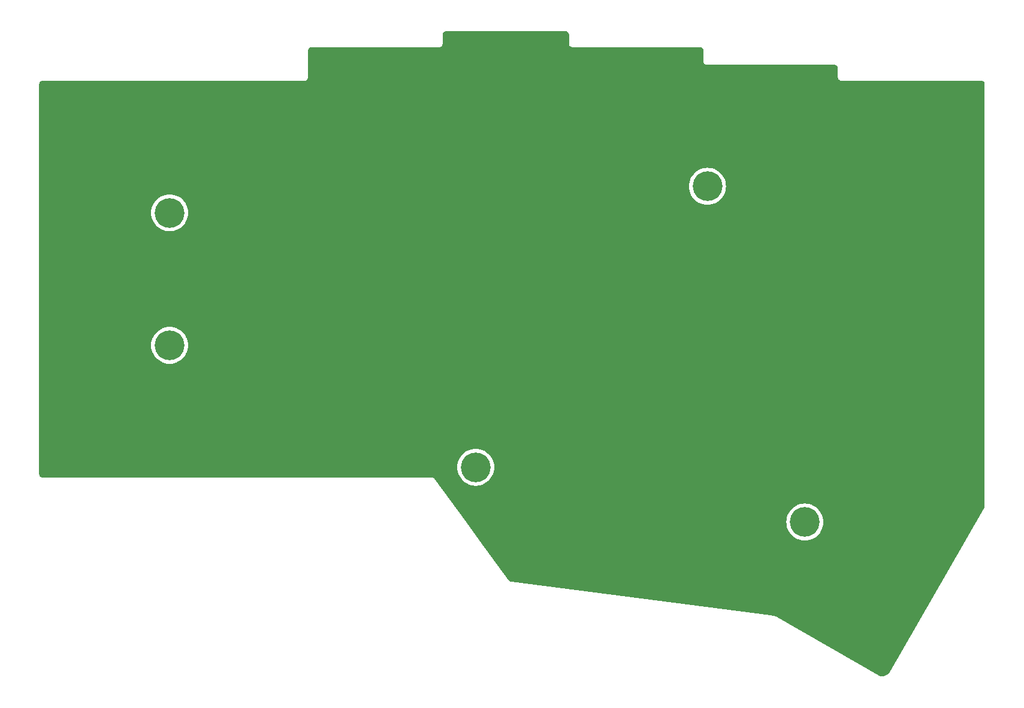
<source format=gtl>
G04 #@! TF.GenerationSoftware,KiCad,Pcbnew,8.0.3*
G04 #@! TF.CreationDate,2024-06-14T21:37:23-03:00*
G04 #@! TF.ProjectId,corne-bottom-plate,636f726e-652d-4626-9f74-746f6d2d706c,2.1*
G04 #@! TF.SameCoordinates,Original*
G04 #@! TF.FileFunction,Copper,L1,Top*
G04 #@! TF.FilePolarity,Positive*
%FSLAX46Y46*%
G04 Gerber Fmt 4.6, Leading zero omitted, Abs format (unit mm)*
G04 Created by KiCad (PCBNEW 8.0.3) date 2024-06-14 21:37:23*
%MOMM*%
%LPD*%
G01*
G04 APERTURE LIST*
G04 #@! TA.AperFunction,ComponentPad*
%ADD10C,4.200000*%
G04 #@! TD*
G04 APERTURE END LIST*
D10*
X79500000Y-86750000D03*
X79500000Y-105500000D03*
X155500000Y-83000000D03*
X122750000Y-122750000D03*
X169250000Y-130500000D03*
G04 #@! TA.AperFunction,NonConductor*
G36*
X135508188Y-61076578D02*
G01*
X135520804Y-61078238D01*
X135593421Y-61087798D01*
X135625193Y-61096312D01*
X135696925Y-61126025D01*
X135725410Y-61142470D01*
X135787006Y-61189734D01*
X135810265Y-61212993D01*
X135857529Y-61274589D01*
X135873974Y-61303074D01*
X135903687Y-61374806D01*
X135912201Y-61406579D01*
X135923422Y-61491811D01*
X135924500Y-61508257D01*
X135924500Y-62725469D01*
X135924500Y-62750000D01*
X135924500Y-62814843D01*
X135953358Y-62941278D01*
X135987522Y-63012223D01*
X136000000Y-63066890D01*
X136000000Y-63200000D01*
X136097161Y-63200000D01*
X136165282Y-63220002D01*
X136175722Y-63227491D01*
X136191873Y-63240371D01*
X136191876Y-63240372D01*
X136191878Y-63240374D01*
X136266570Y-63276343D01*
X136308713Y-63296638D01*
X136308716Y-63296639D01*
X136308722Y-63296642D01*
X136435157Y-63325500D01*
X136484982Y-63325500D01*
X154475469Y-63325500D01*
X154491743Y-63325500D01*
X154508188Y-63326578D01*
X154520804Y-63328238D01*
X154593421Y-63337798D01*
X154625193Y-63346312D01*
X154696925Y-63376025D01*
X154725410Y-63392470D01*
X154787006Y-63439734D01*
X154810265Y-63462993D01*
X154857529Y-63524589D01*
X154873974Y-63553074D01*
X154903687Y-63624806D01*
X154912201Y-63656579D01*
X154923422Y-63741811D01*
X154924500Y-63758257D01*
X154924500Y-65225469D01*
X154924500Y-65250000D01*
X154924500Y-65314843D01*
X154953358Y-65441278D01*
X154987522Y-65512223D01*
X155000000Y-65566890D01*
X155000000Y-65700000D01*
X155097161Y-65700000D01*
X155165282Y-65720002D01*
X155175722Y-65727491D01*
X155191873Y-65740371D01*
X155191876Y-65740372D01*
X155191878Y-65740374D01*
X155266570Y-65776343D01*
X155308713Y-65796638D01*
X155308716Y-65796639D01*
X155308722Y-65796642D01*
X155435157Y-65825500D01*
X155484982Y-65825500D01*
X173475469Y-65825500D01*
X173491743Y-65825500D01*
X173508188Y-65826578D01*
X173520804Y-65828238D01*
X173593421Y-65837798D01*
X173625193Y-65846312D01*
X173696925Y-65876025D01*
X173725410Y-65892470D01*
X173787006Y-65939734D01*
X173810265Y-65962993D01*
X173857529Y-66024589D01*
X173873974Y-66053074D01*
X173903687Y-66124806D01*
X173912201Y-66156579D01*
X173923422Y-66241811D01*
X173924500Y-66258257D01*
X173924500Y-67475469D01*
X173924500Y-67500000D01*
X173924500Y-67564843D01*
X173953358Y-67691278D01*
X173987522Y-67762223D01*
X174000000Y-67816890D01*
X174000000Y-67900000D01*
X174034464Y-67900000D01*
X174102585Y-67920002D01*
X174113018Y-67927485D01*
X174191878Y-67990374D01*
X174191879Y-67990374D01*
X174191880Y-67990375D01*
X174308713Y-68046638D01*
X174308716Y-68046639D01*
X174308722Y-68046642D01*
X174435157Y-68075500D01*
X174484982Y-68075500D01*
X194225469Y-68075500D01*
X194241743Y-68075500D01*
X194258188Y-68076578D01*
X194270804Y-68078238D01*
X194343421Y-68087798D01*
X194375193Y-68096312D01*
X194446925Y-68126025D01*
X194475410Y-68142470D01*
X194537006Y-68189734D01*
X194560265Y-68212993D01*
X194607529Y-68274589D01*
X194623974Y-68303074D01*
X194653687Y-68374806D01*
X194662201Y-68406579D01*
X194673422Y-68491811D01*
X194674500Y-68508257D01*
X194674500Y-127931382D01*
X194673960Y-127934951D01*
X194674450Y-127971767D01*
X194674280Y-127980203D01*
X194663269Y-128185141D01*
X194661237Y-128201893D01*
X194624735Y-128394068D01*
X194610442Y-128432902D01*
X189403823Y-137576912D01*
X189403472Y-137577524D01*
X181238346Y-151732499D01*
X181228134Y-151747570D01*
X181112908Y-151893662D01*
X181099447Y-151908212D01*
X180962498Y-152034644D01*
X180946921Y-152046903D01*
X180791837Y-152150294D01*
X180774531Y-152159957D01*
X180605163Y-152237743D01*
X180586556Y-152244574D01*
X180407068Y-152294841D01*
X180387620Y-152298668D01*
X180202480Y-152320164D01*
X180182672Y-152320894D01*
X179996454Y-152313089D01*
X179976776Y-152310704D01*
X179921513Y-152299538D01*
X179884462Y-152285722D01*
X173095557Y-148448045D01*
X173094515Y-148447449D01*
X165147936Y-143854950D01*
X165137211Y-143845487D01*
X165136705Y-143846216D01*
X165120321Y-143834823D01*
X165120320Y-143834822D01*
X165120319Y-143834822D01*
X165119167Y-143834474D01*
X165110961Y-143830919D01*
X165098877Y-143826811D01*
X165081150Y-143822987D01*
X164987831Y-143794778D01*
X164766003Y-143743259D01*
X164765989Y-143743256D01*
X164691077Y-143730938D01*
X164541256Y-143706304D01*
X164541250Y-143706303D01*
X164541241Y-143706302D01*
X164431118Y-143695517D01*
X164427146Y-143695064D01*
X127799222Y-138930266D01*
X127776547Y-138925154D01*
X127774534Y-138924500D01*
X127774531Y-138924500D01*
X127763046Y-138924500D01*
X127746792Y-138923447D01*
X127740827Y-138922671D01*
X127729658Y-138922495D01*
X127679537Y-138917559D01*
X127655312Y-138912741D01*
X127599426Y-138895789D01*
X127576604Y-138886336D01*
X127525105Y-138858809D01*
X127504568Y-138845087D01*
X127465045Y-138812651D01*
X127443176Y-138789495D01*
X123289872Y-133094214D01*
X121398031Y-130499998D01*
X166636732Y-130499998D01*
X166636732Y-130500001D01*
X166655785Y-130814992D01*
X166655786Y-130814995D01*
X166712668Y-131125395D01*
X166806553Y-131426682D01*
X166936060Y-131714435D01*
X166936066Y-131714446D01*
X167099319Y-131984499D01*
X167099322Y-131984504D01*
X167293935Y-132232911D01*
X167293947Y-132232924D01*
X167517075Y-132456052D01*
X167517088Y-132456064D01*
X167765495Y-132650677D01*
X168035554Y-132813934D01*
X168035558Y-132813936D01*
X168035564Y-132813939D01*
X168323317Y-132943446D01*
X168323318Y-132943446D01*
X168323322Y-132943448D01*
X168624604Y-133037331D01*
X168935005Y-133094214D01*
X169145001Y-133106916D01*
X169249999Y-133113268D01*
X169250000Y-133113268D01*
X169250001Y-133113268D01*
X169328748Y-133108504D01*
X169564995Y-133094214D01*
X169875396Y-133037331D01*
X170176678Y-132943448D01*
X170464446Y-132813934D01*
X170734505Y-132650677D01*
X170982917Y-132456059D01*
X171206059Y-132232917D01*
X171400677Y-131984505D01*
X171563934Y-131714446D01*
X171693448Y-131426678D01*
X171787331Y-131125396D01*
X171844214Y-130814995D01*
X171863268Y-130500000D01*
X171844214Y-130185005D01*
X171787331Y-129874604D01*
X171693448Y-129573322D01*
X171563934Y-129285554D01*
X171400677Y-129015495D01*
X171206064Y-128767088D01*
X171206052Y-128767075D01*
X170982924Y-128543947D01*
X170982911Y-128543935D01*
X170734504Y-128349322D01*
X170734499Y-128349319D01*
X170464446Y-128186066D01*
X170464435Y-128186060D01*
X170176682Y-128056553D01*
X169875395Y-127962668D01*
X169564995Y-127905786D01*
X169564992Y-127905785D01*
X169250001Y-127886732D01*
X169249999Y-127886732D01*
X168935007Y-127905785D01*
X168935004Y-127905786D01*
X168624604Y-127962668D01*
X168323317Y-128056553D01*
X168035564Y-128186060D01*
X168035553Y-128186066D01*
X167765500Y-128349319D01*
X167765495Y-128349322D01*
X167517088Y-128543935D01*
X167517075Y-128543947D01*
X167293947Y-128767075D01*
X167293935Y-128767088D01*
X167099322Y-129015495D01*
X167099319Y-129015500D01*
X166936066Y-129285553D01*
X166936060Y-129285564D01*
X166806553Y-129573317D01*
X166712668Y-129874604D01*
X166655786Y-130185004D01*
X166655785Y-130185007D01*
X166636732Y-130499998D01*
X121398031Y-130499998D01*
X116938474Y-124384763D01*
X116928009Y-124367716D01*
X116924286Y-124360407D01*
X116921692Y-124357813D01*
X116918024Y-124354145D01*
X116906027Y-124340123D01*
X116896579Y-124331419D01*
X116896649Y-124331342D01*
X116889951Y-124326071D01*
X116866860Y-124302980D01*
X116772602Y-124239998D01*
X116667867Y-124196616D01*
X116556684Y-124174500D01*
X116556682Y-124174500D01*
X116515018Y-124174500D01*
X61508257Y-124174500D01*
X61491811Y-124173422D01*
X61406579Y-124162201D01*
X61374806Y-124153687D01*
X61303074Y-124123974D01*
X61274589Y-124107529D01*
X61212993Y-124060265D01*
X61189734Y-124037006D01*
X61142470Y-123975410D01*
X61126025Y-123946925D01*
X61096312Y-123875193D01*
X61087798Y-123843419D01*
X61076578Y-123758187D01*
X61075500Y-123741742D01*
X61075500Y-122749998D01*
X120136732Y-122749998D01*
X120136732Y-122750001D01*
X120155785Y-123064992D01*
X120155786Y-123064995D01*
X120212668Y-123375395D01*
X120306553Y-123676682D01*
X120436060Y-123964435D01*
X120436066Y-123964446D01*
X120599319Y-124234499D01*
X120599322Y-124234504D01*
X120793935Y-124482911D01*
X120793947Y-124482924D01*
X121017075Y-124706052D01*
X121017088Y-124706064D01*
X121265495Y-124900677D01*
X121535554Y-125063934D01*
X121535558Y-125063936D01*
X121535564Y-125063939D01*
X121823317Y-125193446D01*
X121823318Y-125193446D01*
X121823322Y-125193448D01*
X122124604Y-125287331D01*
X122435005Y-125344214D01*
X122645001Y-125356916D01*
X122749999Y-125363268D01*
X122750000Y-125363268D01*
X122750001Y-125363268D01*
X122828748Y-125358504D01*
X123064995Y-125344214D01*
X123375396Y-125287331D01*
X123676678Y-125193448D01*
X123964446Y-125063934D01*
X124234505Y-124900677D01*
X124482917Y-124706059D01*
X124706059Y-124482917D01*
X124900677Y-124234505D01*
X125063934Y-123964446D01*
X125193448Y-123676678D01*
X125287331Y-123375396D01*
X125344214Y-123064995D01*
X125363268Y-122750000D01*
X125344214Y-122435005D01*
X125287331Y-122124604D01*
X125193448Y-121823322D01*
X125063934Y-121535554D01*
X124900677Y-121265495D01*
X124706064Y-121017088D01*
X124706052Y-121017075D01*
X124482924Y-120793947D01*
X124482911Y-120793935D01*
X124234504Y-120599322D01*
X124234499Y-120599319D01*
X123964446Y-120436066D01*
X123964435Y-120436060D01*
X123676682Y-120306553D01*
X123375395Y-120212668D01*
X123064995Y-120155786D01*
X123064992Y-120155785D01*
X122750001Y-120136732D01*
X122749999Y-120136732D01*
X122435007Y-120155785D01*
X122435004Y-120155786D01*
X122124604Y-120212668D01*
X121823317Y-120306553D01*
X121535564Y-120436060D01*
X121535553Y-120436066D01*
X121265500Y-120599319D01*
X121265495Y-120599322D01*
X121017088Y-120793935D01*
X121017075Y-120793947D01*
X120793947Y-121017075D01*
X120793935Y-121017088D01*
X120599322Y-121265495D01*
X120599319Y-121265500D01*
X120436066Y-121535553D01*
X120436060Y-121535564D01*
X120306553Y-121823317D01*
X120212668Y-122124604D01*
X120155786Y-122435004D01*
X120155785Y-122435007D01*
X120136732Y-122749998D01*
X61075500Y-122749998D01*
X61075500Y-105499998D01*
X76886732Y-105499998D01*
X76886732Y-105500001D01*
X76905785Y-105814992D01*
X76905786Y-105814995D01*
X76962668Y-106125395D01*
X77056553Y-106426682D01*
X77186060Y-106714435D01*
X77186066Y-106714446D01*
X77349319Y-106984499D01*
X77349322Y-106984504D01*
X77543935Y-107232911D01*
X77543947Y-107232924D01*
X77767075Y-107456052D01*
X77767088Y-107456064D01*
X78015495Y-107650677D01*
X78285554Y-107813934D01*
X78285558Y-107813936D01*
X78285564Y-107813939D01*
X78573317Y-107943446D01*
X78573318Y-107943446D01*
X78573322Y-107943448D01*
X78874604Y-108037331D01*
X79185005Y-108094214D01*
X79395001Y-108106916D01*
X79499999Y-108113268D01*
X79500000Y-108113268D01*
X79500001Y-108113268D01*
X79578748Y-108108504D01*
X79814995Y-108094214D01*
X80125396Y-108037331D01*
X80426678Y-107943448D01*
X80714446Y-107813934D01*
X80984505Y-107650677D01*
X81232917Y-107456059D01*
X81456059Y-107232917D01*
X81650677Y-106984505D01*
X81813934Y-106714446D01*
X81943448Y-106426678D01*
X82037331Y-106125396D01*
X82094214Y-105814995D01*
X82113268Y-105500000D01*
X82094214Y-105185005D01*
X82037331Y-104874604D01*
X81943448Y-104573322D01*
X81813934Y-104285554D01*
X81650677Y-104015495D01*
X81456064Y-103767088D01*
X81456052Y-103767075D01*
X81232924Y-103543947D01*
X81232911Y-103543935D01*
X80984504Y-103349322D01*
X80984499Y-103349319D01*
X80714446Y-103186066D01*
X80714435Y-103186060D01*
X80426682Y-103056553D01*
X80125395Y-102962668D01*
X79814995Y-102905786D01*
X79814992Y-102905785D01*
X79500001Y-102886732D01*
X79499999Y-102886732D01*
X79185007Y-102905785D01*
X79185004Y-102905786D01*
X78874604Y-102962668D01*
X78573317Y-103056553D01*
X78285564Y-103186060D01*
X78285553Y-103186066D01*
X78015500Y-103349319D01*
X78015495Y-103349322D01*
X77767088Y-103543935D01*
X77767075Y-103543947D01*
X77543947Y-103767075D01*
X77543935Y-103767088D01*
X77349322Y-104015495D01*
X77349319Y-104015500D01*
X77186066Y-104285553D01*
X77186060Y-104285564D01*
X77056553Y-104573317D01*
X76962668Y-104874604D01*
X76905786Y-105185004D01*
X76905785Y-105185007D01*
X76886732Y-105499998D01*
X61075500Y-105499998D01*
X61075500Y-86749998D01*
X76886732Y-86749998D01*
X76886732Y-86750001D01*
X76905785Y-87064992D01*
X76905786Y-87064995D01*
X76962668Y-87375395D01*
X77056553Y-87676682D01*
X77186060Y-87964435D01*
X77186066Y-87964446D01*
X77349319Y-88234499D01*
X77349322Y-88234504D01*
X77543935Y-88482911D01*
X77543947Y-88482924D01*
X77767075Y-88706052D01*
X77767088Y-88706064D01*
X78015495Y-88900677D01*
X78285554Y-89063934D01*
X78285558Y-89063936D01*
X78285564Y-89063939D01*
X78573317Y-89193446D01*
X78573318Y-89193446D01*
X78573322Y-89193448D01*
X78874604Y-89287331D01*
X79185005Y-89344214D01*
X79395001Y-89356916D01*
X79499999Y-89363268D01*
X79500000Y-89363268D01*
X79500001Y-89363268D01*
X79578748Y-89358504D01*
X79814995Y-89344214D01*
X80125396Y-89287331D01*
X80426678Y-89193448D01*
X80714446Y-89063934D01*
X80984505Y-88900677D01*
X81232917Y-88706059D01*
X81456059Y-88482917D01*
X81650677Y-88234505D01*
X81813934Y-87964446D01*
X81943448Y-87676678D01*
X82037331Y-87375396D01*
X82094214Y-87064995D01*
X82113268Y-86750000D01*
X82094214Y-86435005D01*
X82037331Y-86124604D01*
X81943448Y-85823322D01*
X81943446Y-85823317D01*
X81813939Y-85535564D01*
X81813933Y-85535553D01*
X81758253Y-85443448D01*
X81650677Y-85265495D01*
X81456064Y-85017088D01*
X81456052Y-85017075D01*
X81232924Y-84793947D01*
X81232911Y-84793935D01*
X80984504Y-84599322D01*
X80984499Y-84599319D01*
X80714446Y-84436066D01*
X80714435Y-84436060D01*
X80426682Y-84306553D01*
X80125395Y-84212668D01*
X79814995Y-84155786D01*
X79814992Y-84155785D01*
X79500001Y-84136732D01*
X79499999Y-84136732D01*
X79185007Y-84155785D01*
X79185004Y-84155786D01*
X78874604Y-84212668D01*
X78573317Y-84306553D01*
X78285564Y-84436060D01*
X78285553Y-84436066D01*
X78015500Y-84599319D01*
X78015495Y-84599322D01*
X77767088Y-84793935D01*
X77767075Y-84793947D01*
X77543947Y-85017075D01*
X77543935Y-85017088D01*
X77349322Y-85265495D01*
X77349319Y-85265500D01*
X77186066Y-85535553D01*
X77186060Y-85535564D01*
X77056553Y-85823317D01*
X76962668Y-86124604D01*
X76905786Y-86435004D01*
X76905785Y-86435007D01*
X76886732Y-86749998D01*
X61075500Y-86749998D01*
X61075500Y-82999998D01*
X152886732Y-82999998D01*
X152886732Y-83000001D01*
X152905785Y-83314992D01*
X152905786Y-83314995D01*
X152962668Y-83625395D01*
X153056553Y-83926682D01*
X153186060Y-84214435D01*
X153186066Y-84214446D01*
X153349319Y-84484499D01*
X153349322Y-84484504D01*
X153543935Y-84732911D01*
X153543947Y-84732924D01*
X153767075Y-84956052D01*
X153767088Y-84956064D01*
X154015495Y-85150677D01*
X154285554Y-85313934D01*
X154285558Y-85313936D01*
X154285564Y-85313939D01*
X154573317Y-85443446D01*
X154573318Y-85443446D01*
X154573322Y-85443448D01*
X154874604Y-85537331D01*
X155185005Y-85594214D01*
X155395001Y-85606916D01*
X155499999Y-85613268D01*
X155500000Y-85613268D01*
X155500001Y-85613268D01*
X155578748Y-85608504D01*
X155814995Y-85594214D01*
X156125396Y-85537331D01*
X156426678Y-85443448D01*
X156714446Y-85313934D01*
X156984505Y-85150677D01*
X157232917Y-84956059D01*
X157456059Y-84732917D01*
X157650677Y-84484505D01*
X157813934Y-84214446D01*
X157943448Y-83926678D01*
X158037331Y-83625396D01*
X158094214Y-83314995D01*
X158113268Y-83000000D01*
X158094214Y-82685005D01*
X158037331Y-82374604D01*
X157943448Y-82073322D01*
X157813934Y-81785554D01*
X157650677Y-81515495D01*
X157456064Y-81267088D01*
X157456052Y-81267075D01*
X157232924Y-81043947D01*
X157232911Y-81043935D01*
X156984504Y-80849322D01*
X156984499Y-80849319D01*
X156714446Y-80686066D01*
X156714435Y-80686060D01*
X156426682Y-80556553D01*
X156125395Y-80462668D01*
X155814995Y-80405786D01*
X155814992Y-80405785D01*
X155500001Y-80386732D01*
X155499999Y-80386732D01*
X155185007Y-80405785D01*
X155185004Y-80405786D01*
X154874604Y-80462668D01*
X154573317Y-80556553D01*
X154285564Y-80686060D01*
X154285553Y-80686066D01*
X154015500Y-80849319D01*
X154015495Y-80849322D01*
X153767088Y-81043935D01*
X153767075Y-81043947D01*
X153543947Y-81267075D01*
X153543935Y-81267088D01*
X153349322Y-81515495D01*
X153349319Y-81515500D01*
X153186066Y-81785553D01*
X153186060Y-81785564D01*
X153056553Y-82073317D01*
X152962668Y-82374604D01*
X152905786Y-82685004D01*
X152905785Y-82685007D01*
X152886732Y-82999998D01*
X61075500Y-82999998D01*
X61075500Y-68508257D01*
X61076578Y-68491812D01*
X61084036Y-68435157D01*
X61087799Y-68406576D01*
X61096312Y-68374806D01*
X61126025Y-68303074D01*
X61142467Y-68274593D01*
X61189738Y-68212988D01*
X61212988Y-68189738D01*
X61274593Y-68142467D01*
X61303074Y-68126025D01*
X61374806Y-68096312D01*
X61406576Y-68087799D01*
X61481982Y-68077871D01*
X61491812Y-68076578D01*
X61508257Y-68075500D01*
X98564840Y-68075500D01*
X98564843Y-68075500D01*
X98691278Y-68046642D01*
X98808122Y-67990374D01*
X98909515Y-67909515D01*
X98990374Y-67808122D01*
X99046642Y-67691278D01*
X99075500Y-67564843D01*
X99075500Y-67500000D01*
X99075500Y-67475469D01*
X99075500Y-63758257D01*
X99076578Y-63741812D01*
X99084036Y-63685157D01*
X99087799Y-63656576D01*
X99096312Y-63624806D01*
X99126025Y-63553074D01*
X99142467Y-63524593D01*
X99189738Y-63462988D01*
X99212988Y-63439738D01*
X99274593Y-63392467D01*
X99303074Y-63376025D01*
X99374806Y-63346312D01*
X99406576Y-63337799D01*
X99481982Y-63327871D01*
X99491812Y-63326578D01*
X99508257Y-63325500D01*
X117564840Y-63325500D01*
X117564843Y-63325500D01*
X117691278Y-63296642D01*
X117808122Y-63240374D01*
X117808126Y-63240371D01*
X117824278Y-63227491D01*
X117890007Y-63200655D01*
X117902839Y-63200000D01*
X118000000Y-63200000D01*
X118000000Y-63066890D01*
X118012477Y-63012223D01*
X118046642Y-62941278D01*
X118075500Y-62814843D01*
X118075500Y-62750000D01*
X118075500Y-62725469D01*
X118075500Y-61508257D01*
X118076578Y-61491812D01*
X118084036Y-61435157D01*
X118087799Y-61406576D01*
X118096312Y-61374806D01*
X118126025Y-61303074D01*
X118142467Y-61274593D01*
X118189738Y-61212988D01*
X118212988Y-61189738D01*
X118274593Y-61142467D01*
X118303074Y-61126025D01*
X118374806Y-61096312D01*
X118406576Y-61087799D01*
X118481982Y-61077871D01*
X118491812Y-61076578D01*
X118508257Y-61075500D01*
X118524531Y-61075500D01*
X135475469Y-61075500D01*
X135491743Y-61075500D01*
X135508188Y-61076578D01*
G37*
G04 #@! TD.AperFunction*
M02*

</source>
